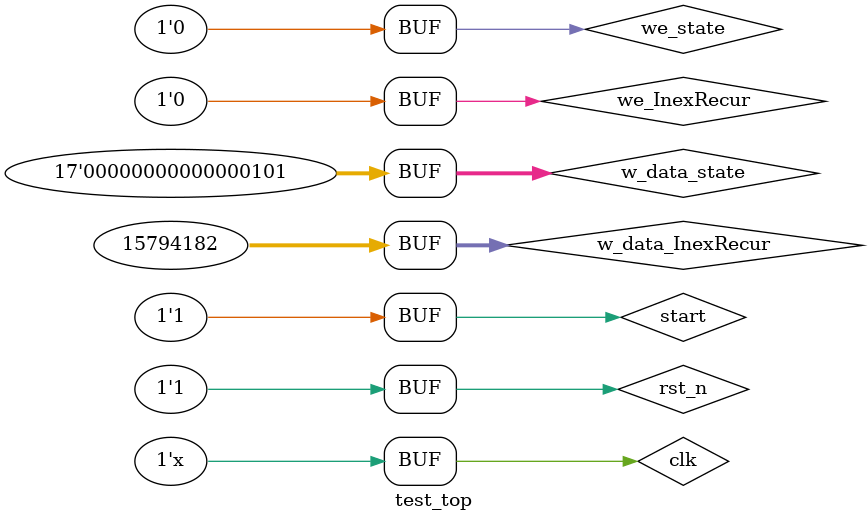
<source format=v>
`timescale 1ns / 1ps


module test_top(
    );

    reg clk;
    reg rst_n;

    reg we_InexRecur;
    reg we_state;
    reg [31:0] w_data_InexRecur;
    reg [16:0] w_data_state;

    wire [2:0] en_get_param;

    reg start;

    wire seq_re_InexRecur;
    wire seq_re_state;

    wire ran_re_InexRecur;
    wire [11:0] ran_r_addr_InexRecur;
    wire ran_re_state;
    wire [11:0] ran_r_addr_state;


    wire [31:0] out_r_data_InexRecur;
    wire [16:0] out_r_data_state;
    wire [11:0] out_r_addr;

    wire now;

    initial begin
        clk = 0;
        rst_n = 0;
        we_InexRecur = 0;
        we_state = 0;

        start = 0;

        #10
        rst_n = 1;

        #10
        we_InexRecur = 1;
        we_state = 1;
        w_data_InexRecur = 32'h02_01_00_06;
        w_data_state = 17'b0001_0000_0000_0000_0;
        #10
        w_data_InexRecur = 32'h01_00_00_06;
        w_data_state = 17'b0000_0000_0000_0000_1;
        #10
        w_data_InexRecur = 32'h00_ff_00_06;
        w_data_state = 17'b0000_0000_0000_0001_1;
        #10
        w_data_InexRecur = 32'h00_f1_00_06;
        w_data_state = 17'b0000_0000_0000_0010_1;
        #10
        we_InexRecur = 0;
        we_state = 0;

        #20
        start = 1;


    end

    always #5 clk = ~clk;


    state_control state_control_inst(
        .clk(clk),
        .rst_n(rst_n),
        .is_finish(1'b0),
        .is_start(start),
        .is_find(now),   
        .state(en_get_param)
    );

    get_param get_param_inst(
        .clk(clk),
        .rst_n(rst_n),
    
        .en_get_param(en_get_param),
    
        // regfile_InexRecur 
        .re_reg_InexRecur_seq_o(seq_re_InexRecur),          // 顺序读使能
        .re_reg_InexRecur_ran_o(ran_re_InexRecur),          // 随机读使能
        .r_reg_InexRecur_addr_o(ran_r_addr_InexRecur),      // 随机读地址
        .InexRecur_addr_i(out_r_addr),                      // 当前地址 
        .InexRecur_data_i(out_r_data_InexRecur),            // 当前数据

        // regfile_state    
        .re_reg_state_seq_o(seq_re_state),                  // 顺序读使能
        .re_reg_state_ran_o(ran_re_state),                  // 随机读使能
        .r_reg_state_addr_o(ran_r_addr_state),              // 随机读地址
        .state_addr_i(),                                    // 当前地址
        .state_data_i(out_r_data_state),                    // 当前数据

        // 给下一个模块的输出
        // 四个参数
        .i_out(),
        .z_out(),
        .k_out(),
        .l_out(),
    
        // 当前参数地址
        .addr(),

        // 执行位置
        .position(),
    
        // 是否找到未执行完成的参数
        .is_find(now)
    );

    regfile_InexRecur regfile_InexRecur_inst(
        .clk(clk), 
        .rst_n(rst_n), 
        
        .we(we_InexRecur),
        .w_data(w_data_InexRecur),

        .seq_re(seq_re_InexRecur),

        .ran_re(ran_re_InexRecur),
        .ran_r_addr(ran_r_addr_InexRecur),

        .r_addr(out_r_addr),
        .r_data(out_r_data_InexRecur)
    );

    regfile_state regfile_state_inst(
        .clk(clk), 
        .rst_n(rst_n), 
        
        .we(we_state),
        .w_data(w_data_state),

        .seq_re(seq_re_state),

        .ran_re(ran_re_state),
        .ran_r_addr(ran_r_addr_state),

        .r_addr(),
        .r_data(out_r_data_state)
    );

endmodule

</source>
